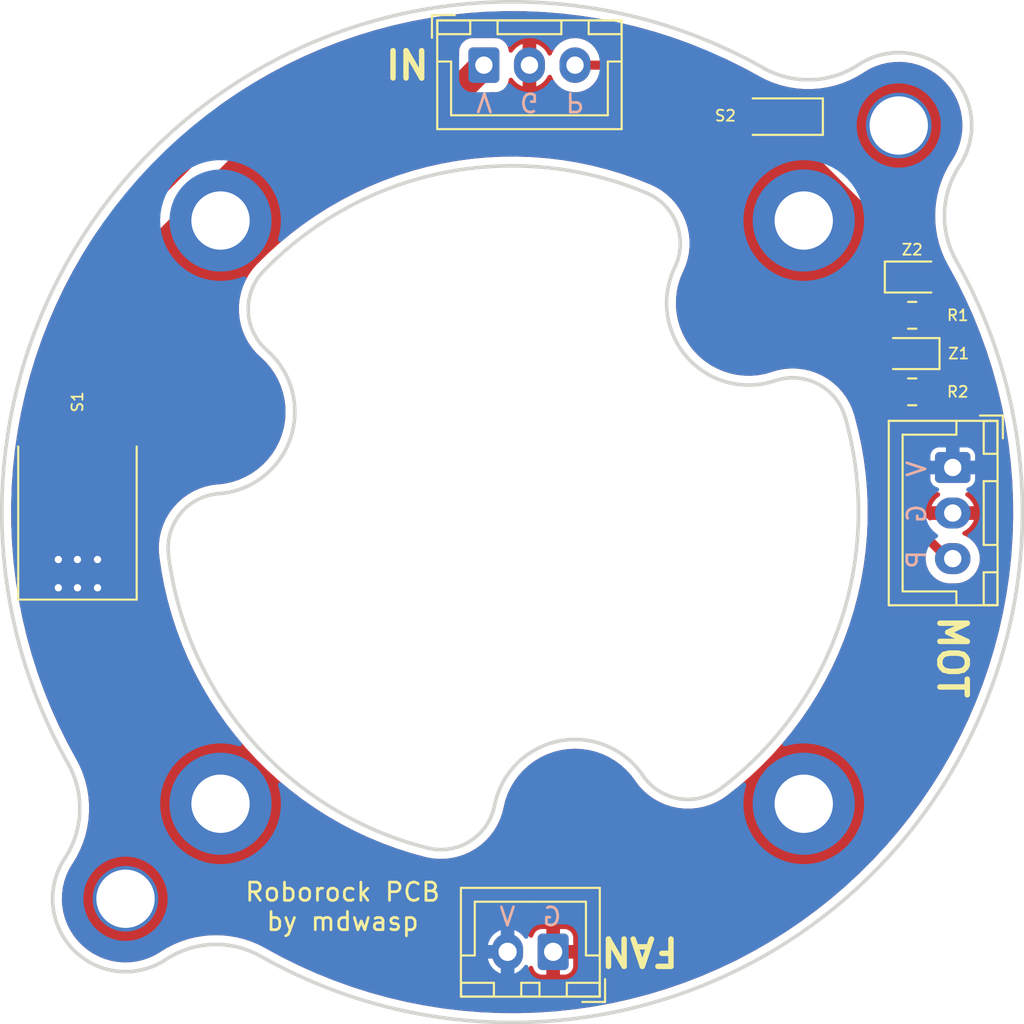
<source format=kicad_pcb>
(kicad_pcb (version 20211014) (generator pcbnew)
  (layers (0 "F.Cu" signal) (31 "B.Cu" signal) (34 "B.Paste" user) (35 "F.Paste" user) (36 "B.SilkS" user "B.Silkscreen") (37 "F.SilkS" user "F.Silkscreen") (38 "B.Mask" user) (39 "F.Mask" user) (44 "Edge.Cuts" user))
  (net 0 "")
  (net 1 "VCC")
  (net 2 "GND")
  (net 3 "PWM_IN")
  (net 4 "VCC_FUSED")
  (net 5 "PWM_OUT")
  (net 6 "Net-(R1-Pad2)")
  (footprint "Diode_SMD:D_SOD-323" (layer "F.Cu") (at 176 82.15)
    (fp_text reference "Z2" (at 0 -1.5) (layer "F.SilkS") (effects (font (size 0.6 0.6) (thickness 0.1))))
    (fp_text value "BZT52C5V1S" hide)
    (fp_line (start -1.5 -0.85) (end 1.05 -0.85) (layer "F.SilkS") (width 0.12))
    (fp_line (start -1.5 0.85) (end 1.05 0.85) (layer "F.SilkS") (width 0.12))
    (fp_line (start -1.5 -0.85) (end -1.5 0.85) (layer "F.SilkS") (width 0.12))
    (pad "1" smd rect (at -1.05 0) (size 0.6 0.45) (layers "F.Cu" "F.Paste" "F.Mask") (net 6 "Net-(R1-Pad2)"))
    (pad "2" smd rect (at 1.05 0) (size 0.6 0.45) (layers "F.Cu" "F.Paste" "F.Mask") (net 2 "GND"))
  )
  (footprint "Resistor_SMD:R_0805_2012Metric" (layer "F.Cu") (at 176 88.45 180)
    (fp_text reference "R2" (at -2.5 0) (layer "F.SilkS") (effects (font (size 0.6 0.6) (thickness 0.1))))
    (fp_text value "10K" hide)
    (fp_line (start -0.227064 -0.735) (end 0.227064 -0.735) (layer "F.SilkS") (width 0.12))
    (fp_line (start -0.227064 0.735) (end 0.227064 0.735) (layer "F.SilkS") (width 0.12))
    (pad "1" smd roundrect (at -0.9125 0 180) (size 1.025 1.4) (layers "F.Cu" "F.Paste" "F.Mask") (roundrect_rratio 0.243902439) (net 5 "PWM_OUT"))
    (pad "2" smd roundrect (at 0.9125 0 180) (size 1.025 1.4) (layers "F.Cu" "F.Paste" "F.Mask") (roundrect_rratio 0.243902439) (net 2 "GND"))
  )
  (footprint "Diode_SMD:D_SOD-123F" (layer "F.Cu") (at 168.9 73.35 180)
    (fp_text reference "S2" (at 3.15 0.05) (layer "F.SilkS") (effects (font (size 0.6 0.6) (thickness 0.1))))
    (fp_text value "MDD DSK24" hide)
    (fp_line (start -2.2 1) (end 1.65 1) (layer "F.SilkS") (width 0.12))
    (fp_line (start -2.2 -1) (end 1.65 -1) (layer "F.SilkS") (width 0.12))
    (fp_line (start -2.2 -1) (end -2.2 1) (layer "F.SilkS") (width 0.12))
    (pad "1" smd rect (at -1.4 0 180) (size 1.1 1.1) (layers "F.Cu" "F.Paste" "F.Mask") (net 6 "Net-(R1-Pad2)"))
    (pad "2" smd rect (at 1.4 0 180) (size 1.1 1.1) (layers "F.Cu" "F.Paste" "F.Mask") (net 3 "PWM_IN"))
  )
  (footprint "MountingHole:MountingHole_3.2mm_M3_DIN965_Pad_TopOnly" (layer "F.Cu") (at 132.836798 116.263203)
    (fp_text reference "REF**" hide)
    (fp_text value "MountingHole_3.2mm_M3_DIN965_Pad_TopOnly" hide)
    (pad "1" connect circle (at 0 0) (size 5.6 5.6) (layers "F.Cu" "F.Mask") (net 2 "GND"))
    (pad "1" thru_hole circle (at 0 0) (size 3.6 3.6) (drill 3.2) (layers *.Cu *.Mask) (net 2 "GND"))
  )
  (footprint "Connector_JST:JST_XH_B3B-XH-A_1x03_P2.50mm_Vertical" (layer "F.Cu") (at 178.225 92.6 -90)
    (fp_text reference "J2" hide)
    (fp_text value "Conn_01x03" hide)
    (fp_line (start 7.56 -2.46) (end -2.56 -2.46) (layer "F.SilkS") (width 0.12))
    (fp_line (start -2.56 3.51) (end 7.56 3.51) (layer "F.SilkS") (width 0.12))
    (fp_line (start 0.75 -2.45) (end 0.75 -1.7) (layer "F.SilkS") (width 0.12))
    (fp_line (start -1.6 -2.75) (end -2.85 -2.75) (layer "F.SilkS") (width 0.12))
    (fp_line (start 7.56 3.51) (end 7.56 -2.46) (layer "F.SilkS") (width 0.12))
    (fp_line (start -1.8 2.75) (end 2.5 2.75) (layer "F.SilkS") (width 0.12))
    (fp_line (start 5.75 -1.7) (end 7.55 -1.7) (layer "F.SilkS") (width 0.12))
    (fp_line (start 7.55 -0.2) (end 6.8 -0.2) (layer "F.SilkS") (width 0.12))
    (fp_line (start 4.25 -1.7) (end 4.25 -2.45) (layer "F.SilkS") (width 0.12))
    (fp_line (start -1.8 -0.2) (end -1.8 2.75) (layer "F.SilkS") (width 0.12))
    (fp_line (start -2.55 -0.2) (end -1.8 -0.2) (layer "F.SilkS") (width 0.12))
    (fp_line (start -2.85 -2.75) (end -2.85 -1.5) (layer "F.SilkS") (width 0.12))
    (fp_line (start 6.8 2.75) (end 2.5 2.75) (layer "F.SilkS") (width 0.12))
    (fp_line (start 0.75 -1.7) (end 4.25 -1.7) (layer "F.SilkS") (width 0.12))
    (fp_line (start 5.75 -2.45) (end 5.75 -1.7) (layer "F.SilkS") (width 0.12))
    (fp_line (start -0.75 -2.45) (end -2.55 -2.45) (layer "F.SilkS") (width 0.12))
    (fp_line (start 7.55 -1.7) (end 7.55 -2.45) (layer "F.SilkS") (width 0.12))
    (fp_line (start -2.55 -2.45) (end -2.55 -1.7) (layer "F.SilkS") (width 0.12))
    (fp_line (start -2.56 -2.46) (end -2.56 3.51) (layer "F.SilkS") (width 0.12))
    (fp_line (start 7.55 -2.45) (end 5.75 -2.45) (layer "F.SilkS") (width 0.12))
    (fp_line (start -0.75 -1.7) (end -0.75 -2.45) (layer "F.SilkS") (width 0.12))
    (fp_line (start 4.25 -2.45) (end 0.75 -2.45) (layer "F.SilkS") (width 0.12))
    (fp_line (start -2.55 -1.7) (end -0.75 -1.7) (layer "F.SilkS") (width 0.12))
    (fp_line (start 6.8 -0.2) (end 6.8 2.75) (layer "F.SilkS") (width 0.12))
    (pad "1" thru_hole roundrect (at 0 0 270) (size 1.7 1.95) (drill 0.95) (layers *.Cu *.Mask) (roundrect_rratio 0.1470588235) (net 4 "VCC_FUSED"))
    (pad "2" thru_hole oval (at 2.5 0 270) (size 1.7 1.95) (drill 0.95) (layers *.Cu *.Mask) (net 2 "GND"))
    (pad "3" thru_hole oval (at 5 0 270) (size 1.7 1.95) (drill 0.95) (layers *.Cu *.Mask) (net 5 "PWM_OUT"))
  )
  (footprint "Connector_JST:JST_XH_B3B-XH-A_1x03_P2.50mm_Vertical" (layer "F.Cu") (at 152.5 70.525)
    (fp_text reference "J1" hide)
    (fp_text value "Conn_01x03" hide)
    (fp_line (start -2.55 -2.45) (end -2.55 -1.7) (layer "F.SilkS") (width 0.12))
    (fp_line (start -1.6 -2.75) (end -2.85 -2.75) (layer "F.SilkS") (width 0.12))
    (fp_line (start 7.55 -1.7) (end 7.55 -2.45) (layer "F.SilkS") (width 0.12))
    (fp_line (start -2.85 -2.75) (end -2.85 -1.5) (layer "F.SilkS") (width 0.12))
    (fp_line (start 7.56 -2.46) (end -2.56 -2.46) (layer "F.SilkS") (width 0.12))
    (fp_line (start 4.25 -2.45) (end 0.75 -2.45) (layer "F.SilkS") (width 0.12))
    (fp_line (start -0.75 -2.45) (end -2.55 -2.45) (layer "F.SilkS") (width 0.12))
    (fp_line (start -1.8 2.75) (end 2.5 2.75) (layer "F.SilkS") (width 0.12))
    (fp_line (start 4.25 -1.7) (end 4.25 -2.45) (layer "F.SilkS") (width 0.12))
    (fp_line (start -2.55 -1.7) (end -0.75 -1.7) (layer "F.SilkS") (width 0.12))
    (fp_line (start 6.8 -0.2) (end 6.8 2.75) (layer "F.SilkS") (width 0.12))
    (fp_line (start -2.56 -2.46) (end -2.56 3.51) (layer "F.SilkS") (width 0.12))
    (fp_line (start 5.75 -2.45) (end 5.75 -1.7) (layer "F.SilkS") (width 0.12))
    (fp_line (start 7.55 -2.45) (end 5.75 -2.45) (layer "F.SilkS") (width 0.12))
    (fp_line (start -2.55 -0.2) (end -1.8 -0.2) (layer "F.SilkS") (width 0.12))
    (fp_line (start 7.56 3.51) (end 7.56 -2.46) (layer "F.SilkS") (width 0.12))
    (fp_line (start -2.56 3.51) (end 7.56 3.51) (layer "F.SilkS") (width 0.12))
    (fp_line (start 5.75 -1.7) (end 7.55 -1.7) (layer "F.SilkS") (width 0.12))
    (fp_line (start 6.8 2.75) (end 2.5 2.75) (layer "F.SilkS") (width 0.12))
    (fp_line (start 0.75 -2.45) (end 0.75 -1.7) (layer "F.SilkS") (width 0.12))
    (fp_line (start -0.75 -1.7) (end -0.75 -2.45) (layer "F.SilkS") (width 0.12))
    (fp_line (start -1.8 -0.2) (end -1.8 2.75) (layer "F.SilkS") (width 0.12))
    (fp_line (start 0.75 -1.7) (end 4.25 -1.7) (layer "F.SilkS") (width 0.12))
    (fp_line (start 7.55 -0.2) (end 6.8 -0.2) (layer "F.SilkS") (width 0.12))
    (pad "1" thru_hole roundrect (at 0 0) (size 1.7 1.95) (drill 0.95) (layers *.Cu *.Mask) (roundrect_rratio 0.1470588235) (net 1 "VCC"))
    (pad "2" thru_hole oval (at 2.5 0) (size 1.7 1.95) (drill 0.95) (layers *.Cu *.Mask) (net 2 "GND"))
    (pad "3" thru_hole oval (at 5 0) (size 1.7 1.95) (drill 0.95) (layers *.Cu *.Mask) (net 3 "PWM_IN"))
  )
  (footprint "Diode_SMD:D_SMC" (layer "F.Cu") (at 130.2 95.05 90)
    (fp_text reference "S1" (at 6.05 0 90) (layer "F.SilkS") (effects (font (size 0.6 0.6) (thickness 0.1))))
    (fp_text value "SS56")
    (fp_line (start -4.8 3.25) (end -4.8 -3.25) (layer "F.SilkS") (width 0.12))
    (fp_line (start -4.8 -3.25) (end 3.6 -3.25) (layer "F.SilkS") (width 0.12))
    (fp_line (start -4.8 3.25) (end 3.6 3.25) (layer "F.SilkS") (width 0.12))
    (pad "1" smd rect (at -3.4 0 180) (size 3.3 2.5) (layers "F.Cu" "F.Paste" "F.Mask") (net 4 "VCC_FUSED"))
    (pad "2" smd rect (at 3.4 0 180) (size 3.3 2.5) (layers "F.Cu" "F.Paste" "F.Mask") (net 1 "VCC"))
  )
  (footprint "Diode_SMD:D_SOD-323" (layer "F.Cu") (at 176 86.35 180)
    (fp_text reference "Z1" (at -2.55 0) (layer "F.SilkS") (effects (font (size 0.6 0.6) (thickness 0.1))))
    (fp_text value "BZT52C5V1S" hide)
    (fp_line (start -1.5 -0.85) (end 1.05 -0.85) (layer "F.SilkS") (width 0.12))
    (fp_line (start -1.5 0.85) (end 1.05 0.85) (layer "F.SilkS") (width 0.12))
    (fp_line (start -1.5 -0.85) (end -1.5 0.85) (layer "F.SilkS") (width 0.12))
    (pad "1" smd rect (at -1.05 0 180) (size 0.6 0.45) (layers "F.Cu" "F.Paste" "F.Mask") (net 5 "PWM_OUT"))
    (pad "2" smd rect (at 1.05 0 180) (size 0.6 0.45) (layers "F.Cu" "F.Paste" "F.Mask") (net 2 "GND"))
  )
  (footprint "Resistor_SMD:R_0805_2012Metric" (layer "F.Cu") (at 176 84.25 180)
    (fp_text reference "R1" (at -2.5 0) (layer "F.SilkS") (effects (font (size 0.6 0.6) (thickness 0.1))))
    (fp_text value "1K" hide)
    (fp_line (start -0.227064 0.735) (end 0.227064 0.735) (layer "F.SilkS") (width 0.12))
    (fp_line (start -0.227064 -0.735) (end 0.227064 -0.735) (layer "F.SilkS") (width 0.12))
    (pad "1" smd roundrect (at -0.9125 0 180) (size 1.025 1.4) (layers "F.Cu" "F.Paste" "F.Mask") (roundrect_rratio 0.243902439) (net 5 "PWM_OUT"))
    (pad "2" smd roundrect (at 0.9125 0 180) (size 1.025 1.4) (layers "F.Cu" "F.Paste" "F.Mask") (roundrect_rratio 0.243902439) (net 6 "Net-(R1-Pad2)"))
  )
  (footprint "MountingHole:MountingHole_3.2mm_M3_DIN965_Pad_TopOnly" (layer "F.Cu") (at 175.263204 73.836797)
    (fp_text reference "REF**" hide)
    (fp_text value "MountingHole_3.2mm_M3_DIN965_Pad_TopOnly" hide)
    (pad "1" thru_hole circle (at 0 0) (size 3.6 3.6) (drill 3.2) (layers *.Cu *.Mask) (net 2 "GND"))
    (pad "1" connect circle (at 0 0) (size 5.6 5.6) (layers "F.Cu" "F.Mask") (net 2 "GND"))
  )
  (footprint "Connector_JST:JST_XH_B2B-XH-A_1x02_P2.50mm_Vertical" (layer "F.Cu") (at 156.3 119.175 180)
    (fp_text reference "J3" hide)
    (fp_text value "Conn_01x02" hide)
    (fp_line (start -0.75 -1.7) (end -0.75 -2.45) (layer "F.SilkS") (width 0.12))
    (fp_line (start -1.8 -0.2) (end -1.8 2.75) (layer "F.SilkS") (width 0.12))
    (fp_line (start 5.05 -0.2) (end 4.3 -0.2) (layer "F.SilkS") (width 0.12))
    (fp_line (start 3.25 -1.7) (end 5.05 -1.7) (layer "F.SilkS") (width 0.12))
    (fp_line (start -1.6 -2.75) (end -2.85 -2.75) (layer "F.SilkS") (width 0.12))
    (fp_line (start -2.55 -2.45) (end -2.55 -1.7) (layer "F.SilkS") (width 0.12))
    (fp_line (start -2.55 -0.2) (end -1.8 -0.2) (layer "F.SilkS") (width 0.12))
    (fp_line (start 5.05 -1.7) (end 5.05 -2.45) (layer "F.SilkS") (width 0.12))
    (fp_line (start -2.85 -2.75) (end -2.85 -1.5) (layer "F.SilkS") (width 0.12))
    (fp_line (start 1.75 -1.7) (end 1.75 -2.45) (layer "F.SilkS") (width 0.12))
    (fp_line (start 5.05 -2.45) (end 3.25 -2.45) (layer "F.SilkS") (width 0.12))
    (fp_line (start 0.75 -2.45) (end 0.75 -1.7) (layer "F.SilkS") (width 0.12))
    (fp_line (start 0.75 -1.7) (end 1.75 -1.7) (layer "F.SilkS") (width 0.12))
    (fp_line (start -0.75 -2.45) (end -2.55 -2.45) (layer "F.SilkS") (width 0.12))
    (fp_line (start 4.3 2.75) (end 1.25 2.75) (layer "F.SilkS") (width 0.12))
    (fp_line (start -2.55 -1.7) (end -0.75 -1.7) (layer "F.SilkS") (width 0.12))
    (fp_line (start 3.25 -2.45) (end 3.25 -1.7) (layer "F.SilkS") (width 0.12))
    (fp_line (start 4.3 -0.2) (end 4.3 2.75) (layer "F.SilkS") (width 0.12))
    (fp_line (start -2.56 -2.46) (end -2.56 3.51) (layer "F.SilkS") (width 0.12))
    (fp_line (start 5.06 -2.46) (end -2.56 -2.46) (layer "F.SilkS") (width 0.12))
    (fp_line (start 5.06 3.51) (end 5.06 -2.46) (layer "F.SilkS") (width 0.12))
    (fp_line (start -1.8 2.75) (end 1.25 2.75) (layer "F.SilkS") (width 0.12))
    (fp_line (start 1.75 -2.45) (end 0.75 -2.45) (layer "F.SilkS") (width 0.12))
    (fp_line (start -2.56 3.51) (end 5.06 3.51) (layer "F.SilkS") (width 0.12))
    (pad "1" thru_hole roundrect (at 0 0 180) (size 1.7 2) (drill 1) (layers *.Cu *.Mask) (roundrect_rratio 0.1470588235) (net 2 "GND"))
    (pad "2" thru_hole oval (at 2.5 0 180) (size 1.7 2) (drill 1) (layers *.Cu *.Mask) (net 4 "VCC_FUSED"))
  )
  (footprint "MountingHole:MountingHole_3.2mm_M3_DIN965_Pad_TopOnly" (layer "B.Cu") (at 170.050001 111.05 180)
    (fp_text reference "REF**" hide)
    (fp_text value "MountingHole_3.2mm_M3_DIN965_Pad_TopOnly" hide)
    (pad "1" thru_hole circle (at 0 0 180) (size 3.6 3.6) (drill 3.2) (layers *.Cu *.Mask) (net 2 "GND"))
    (pad "1" connect circle (at 0 0 180) (size 5.6 5.6) (layers "B.Cu" "B.Mask") (net 2 "GND"))
  )
  (footprint "MountingHole:MountingHole_3.2mm_M3_DIN965_Pad_TopOnly" (layer "B.Cu") (at 170.050001 79.05 180)
    (fp_text reference "REF**" hide)
    (fp_text value "MountingHole_3.2mm_M3_DIN965_Pad_TopOnly" hide)
    (pad "1" connect circle (at 0 0 180) (size 5.6 5.6) (layers "B.Cu" "B.Mask") (net 2 "GND"))
    (pad "1" thru_hole circle (at 0 0 180) (size 3.6 3.6) (drill 3.2) (layers *.Cu *.Mask) (net 2 "GND"))
  )
  (footprint "MountingHole:MountingHole_3.2mm_M3_DIN965_Pad_TopOnly" (layer "B.Cu") (at 138.050001 79.05 180)
    (fp_text reference "REF**" hide)
    (fp_text value "MountingHole_3.2mm_M3_DIN965_Pad_TopOnly" hide)
    (pad "1" thru_hole circle (at 0 0 180) (size 3.6 3.6) (drill 3.2) (layers *.Cu *.Mask) (net 2 "GND"))
    (pad "1" connect circle (at 0 0 180) (size 5.6 5.6) (layers "B.Cu" "B.Mask") (net 2 "GND"))
  )
  (footprint "MountingHole:MountingHole_3.2mm_M3_DIN965_Pad_TopOnly" (layer "B.Cu") (at 138.050001 111.05 180)
    (fp_text reference "REF**" hide)
    (fp_text value "MountingHole_3.2mm_M3_DIN965_Pad_TopOnly" hide)
    (pad "1" connect circle (at 0 0 180) (size 5.6 5.6) (layers "B.Cu" "B.Mask") (net 2 "GND"))
    (pad "1" thru_hole circle (at 0 0 180) (size 3.6 3.6) (drill 3.2) (layers *.Cu *.Mask) (net 2 "GND"))
  )
  (gr_arc (start 153.083514 111.14863) (mid 151.744798 113.100296) (end 149.40784 113.474178) (layer "Edge.Cuts") (width 0.2))
  (gr_arc (start 168.475067 87.837687) (mid 163.654791 86.558037) (end 162.975377 81.617291) (layer "Edge.Cuts") (width 0.2))
  (gr_arc (start 140.415275 81.817682) (mid 150.268141 76.430184) (end 161.442083 77.54694) (layer "Edge.Cuts") (width 0.2))
  (gr_arc (start 129.680346 108.838399) (mid 130.325634 111.473444) (end 129.499831 114.057608) (layer "Edge.Cuts") (width 0.2))
  (gr_arc (start 178.419656 81.261601) (mid 177.77437 78.626557) (end 178.600171 76.042392) (layer "Edge.Cuts") (width 0.2))
  (gr_arc (start 135.042393 119.60017) (mid 130.00837 119.091631) (end 129.499831 114.057608) (layer "Edge.Cuts") (width 0.2))
  (gr_arc (start 140.591422 86.163683) (mid 139.570588 84.028488) (end 140.415275 81.817682) (layer "Edge.Cuts") (width 0.2))
  (gr_arc (start 178.419656 81.261601) (mid 173.848991 114.84899) (end 140.261602 119.419655) (layer "Edge.Cuts") (width 0.2))
  (gr_arc (start 173.057609 70.49983) (mid 170.473444 71.325635) (end 167.8384 70.680345) (layer "Edge.Cuts") (width 0.2))
  (gr_arc (start 173.057609 70.49983) (mid 178.091632 71.008369) (end 178.600171 76.042392) (layer "Edge.Cuts") (width 0.2))
  (gr_arc (start 135.195865 97.399799) (mid 135.853261 95.126258) (end 137.954246 94.036752) (layer "Edge.Cuts") (width 0.2))
  (gr_arc (start 168.475067 87.837687) (mid 170.834616 88.021218) (end 172.326888 89.85814) (layer "Edge.Cuts") (width 0.2))
  (gr_arc (start 129.680346 108.838399) (mid 134.251011 75.25101) (end 167.8384 70.680345) (layer "Edge.Cuts") (width 0.2))
  (gr_arc (start 153.083514 111.14863) (mid 156.601862 107.613974) (end 161.22038 109.495957) (layer "Edge.Cuts") (width 0.2))
  (gr_arc (start 161.442083 77.54694) (mid 163.082328 79.253032) (end 162.975377 81.617291) (layer "Edge.Cuts") (width 0.2))
  (gr_arc (start 172.326888 89.85814) (mid 172.066164 101.084722) (end 165.512055 110.203261) (layer "Edge.Cuts") (width 0.2))
  (gr_arc (start 135.042393 119.60017) (mid 137.626557 118.774367) (end 140.261602 119.419655) (layer "Edge.Cuts") (width 0.2))
  (gr_arc (start 149.40784 113.474178) (mid 139.815697 107.635094) (end 135.195865 97.399799) (layer "Edge.Cuts") (width 0.2))
  (gr_arc (start 165.512055 110.203261) (mid 163.214414 110.770707) (end 161.22038 109.495957) (layer "Edge.Cuts") (width 0.2))
  (gr_arc (start 140.591422 86.163683) (mid 141.89335 90.977989) (end 137.954246 94.036752) (layer "Edge.Cuts") (width 0.2))
  (gr_text "V  G  P" (at 155.05 72.55 -180) (layer "B.SilkS") (effects (font (size 1 1)) (justify mirror)))
  (gr_text "V  G  P" (at 176.25 95.2 90) (layer "B.SilkS") (effects (font (size 1 1)) (justify mirror)))
  (gr_text "G  V" (at 155.05 117.25) (layer "B.SilkS") (effects (font (size 1 1)) (justify mirror)))
  (gr_text "IN" (at 148.3 70.55) (layer "F.SilkS") (effects (font (size 1.5 1.5) (thickness 0.3))))
  (gr_text "FAN" (at 161.05 119.15 180) (layer "F.SilkS") (effects (font (size 1.5 1.5) (thickness 0.3))))
  (gr_text "MOT" (at 178.2 103 -90) (layer "F.SilkS") (effects (font (size 1.5 1.5) (thickness 0.3))))
  (gr_text "Roborock PCB\nby mdwasp" (at 144.75 116.7) (layer "F.SilkS") (effects (font (size 1 1))))
  (segment (start 130.2 91.65) (end 132.85 89) (width 1.5) (layer "F.Cu") (net 1))
  (segment (start 132.85 89) (end 132.85 79.31132) (width 1.5) (layer "F.Cu") (net 1))
  (segment (start 133.28934 78.25066) (end 136.80066 74.73934) (width 1.5) (layer "F.Cu") (net 1))
  (segment (start 137.86132 74.3) (end 148.725 74.3) (width 1.5) (layer "F.Cu") (net 1))
  (segment (start 148.725 74.3) (end 152.5 70.525) (width 1.5) (layer "F.Cu") (net 1))
  (arc (start 136.80066 74.73934) (mid 137.287295 74.414181) (end 137.86132 74.3) (width 1.5) (layer "F.Cu") (net 1))
  (arc (start 133.28934 78.25066) (mid 132.964181 78.737295) (end 132.85 79.31132) (width 1.5) (layer "F.Cu") (net 1))
  (segment (start 164.675 70.525) (end 167.5 73.35) (width 0.5) (layer "F.Cu") (net 3))
  (segment (start 157.5 70.525) (end 164.675 70.525) (width 0.5) (layer "F.Cu") (net 3))
  (via (at 131.3 99.2) (size 0.8) (drill 0.4) (layers "F.Cu" "B.Cu") (net 4))
  (via (at 130.2 97.65) (size 0.8) (drill 0.4) (layers "F.Cu" "B.Cu") (net 4))
  (via (at 130.2 99.2) (size 0.8) (drill 0.4) (layers "F.Cu" "B.Cu") (net 4))
  (via (at 129.15 97.65) (size 0.8) (drill 0.4) (layers "F.Cu" "B.Cu") (net 4))
  (via (at 129.15 99.2) (size 0.8) (drill 0.4) (layers "F.Cu" "B.Cu") (net 4))
  (via (at 131.3 97.65) (size 0.8) (drill 0.4) (layers "F.Cu" "B.Cu") (net 4))
  (segment (start 176.9125 86.2125) (end 176.9125 84.25) (width 0.5) (layer "F.Cu") (net 5))
  (segment (start 177.05 86.35) (end 177.05 88.3125) (width 0.5) (layer "F.Cu") (net 5))
  (segment (start 177.95 97.6) (end 178.225 97.6) (width 0.25) (layer "F.Cu") (net 5))
  (segment (start 175.85 95.5) (end 177.95 97.6) (width 0.5) (layer "F.Cu") (net 5))
  (segment (start 177.05 88.3125) (end 176.9125 88.45) (width 0.25) (layer "F.Cu") (net 5))
  (segment (start 175.85 91.2) (end 175.85 95.5) (width 0.5) (layer "F.Cu") (net 5))
  (segment (start 176.9125 90.1375) (end 175.85 91.2) (width 0.5) (layer "F.Cu") (net 5))
  (segment (start 177.05 86.35) (end 176.9125 86.2125) (width 0.5) (layer "F.Cu") (net 5))
  (segment (start 176.9125 88.45) (end 176.9125 90.1375) (width 0.5) (layer "F.Cu") (net 5))
  (segment (start 170.3 74) (end 174.95 78.65) (width 0.5) (layer "F.Cu") (net 6))
  (segment (start 170.3 73.35) (end 170.3 74) (width 0.5) (layer "F.Cu") (net 6))
  (segment (start 174.95 78.65) (end 174.95 82.15) (width 0.5) (layer "F.Cu") (net 6))
  (segment (start 174.95 84.1125) (end 175.0875 84.25) (width 0.5) (layer "F.Cu") (net 6))
  (segment (start 174.95 82.15) (end 174.95 84.1125) (width 0.5) (layer "F.Cu") (net 6))
  (zone locked (net 2) (net_name "GND") (layer "F.Cu") (name "Ground") (connect_pads (clearance 0.508)) (min_thickness 0.254) (fill yes (thermal_gap 0.25) (thermal_bridge_width 0.75))
    (polygon (pts (arc (start 167.8384 70.680345) (mid 134.251011 75.25101) (end 129.680346 108.838399)) (arc (start 129.680346 108.838399) (mid 130.325634 111.473444) (end 129.499831 114.057608)) (arc (start 129.499831 114.057608) (mid 130.00837 119.091631) (end 135.042393 119.60017)) (arc (start 135.042393 119.60017) (mid 137.626557 118.774367) (end 140.261602 119.419655)) (arc (start 140.261602 119.419655) (mid 173.848991 114.84899) (end 178.419656 81.261601)) (arc (start 178.419656 81.261601) (mid 177.77437 78.626557) (end 178.600171 76.042392)) (arc (start 178.600171 76.042392) (mid 178.091632 71.008369) (end 173.057609 70.49983)) (arc (start 173.057609 70.49983) (mid 170.473444 71.325635) (end 167.8384 70.680345))))
  )
  (zone locked (net 4) (net_name "VCC_FUSED") (layer "B.Cu") (name "VCC Fused") (connect_pads (clearance 0.508)) (min_thickness 0.254) (fill yes (thermal_gap 0.25) (thermal_bridge_width 0.75))
    (polygon (pts (arc (start 167.8384 70.680345) (mid 134.251011 75.25101) (end 129.680346 108.838399)) (arc (start 129.680346 108.838399) (mid 130.325634 111.473444) (end 129.499831 114.057608)) (arc (start 129.499831 114.057608) (mid 130.00837 119.091631) (end 135.042393 119.60017)) (arc (start 135.042393 119.60017) (mid 137.626557 118.774367) (end 140.261602 119.419655)) (arc (start 140.261602 119.419655) (mid 173.848991 114.84899) (end 178.419656 81.261601)) (arc (start 178.419656 81.261601) (mid 177.77437 78.626557) (end 178.600171 76.042392)) (arc (start 178.600171 76.042392) (mid 178.091632 71.008369) (end 173.057609 70.49983)) (arc (start 173.057609 70.49983) (mid 170.473444 71.325635) (end 167.8384 70.680345))))
  )
)
</source>
